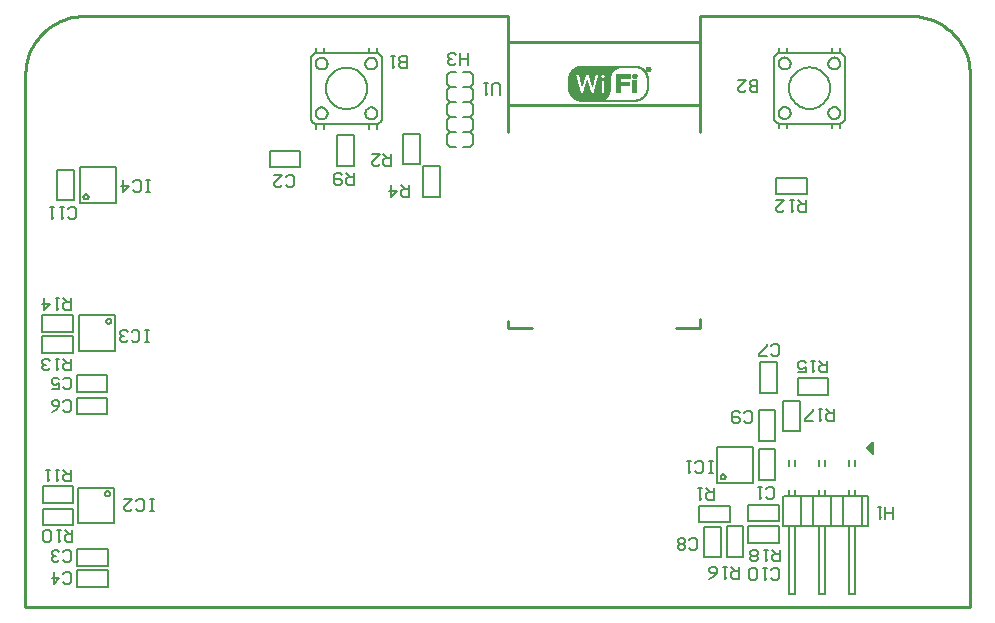
<source format=gto>
%FSDAX24Y24*%
%MOIN*%
%SFA1B1*%

%IPPOS*%
%ADD19C,0.007900*%
%ADD21C,0.010000*%
%ADD27C,0.000500*%
%LNuppsense-1*%
%LPD*%
G54D19*
X009986Y033346D02*
D01*
X009985Y033351*
X009985Y033357*
X009984Y033363*
X009982Y033369*
X009980Y033375*
X009978Y033380*
X009976Y033385*
X009973Y033391*
X009969Y033395*
X009966Y033400*
X009962Y033405*
X009957Y033409*
X009953Y033412*
X009948Y033416*
X009943Y033419*
X009938Y033422*
X009932Y033424*
X009927Y033426*
X009921Y033428*
X009915Y033429*
X009909Y033430*
X009903Y033430*
X009898*
X009892Y033430*
X009886Y033429*
X009880Y033428*
X009874Y033426*
X009869Y033424*
X009863Y033422*
X009858Y033419*
X009853Y033416*
X009848Y033412*
X009844Y033409*
X009839Y033405*
X009835Y033400*
X009832Y033395*
X009828Y033391*
X009825Y033385*
X009823Y033380*
X009821Y033375*
X009819Y033369*
X009817Y033363*
X009816Y033357*
X009816Y033351*
X009816Y033346*
X009816Y033340*
X009816Y033334*
X009817Y033328*
X009819Y033322*
X009821Y033316*
X009823Y033311*
X009825Y033306*
X009828Y033300*
X009832Y033296*
X009835Y033291*
X009839Y033286*
X009844Y033282*
X009848Y033279*
X009853Y033275*
X009858Y033272*
X009863Y033269*
X009869Y033267*
X009874Y033265*
X009880Y033263*
X009886Y033262*
X009892Y033261*
X009898Y033261*
X009903*
X009909Y033261*
X009915Y033262*
X009921Y033263*
X009927Y033265*
X009932Y033267*
X009938Y033269*
X009943Y033272*
X009948Y033275*
X009953Y033279*
X009957Y033282*
X009962Y033286*
X009966Y033291*
X009969Y033296*
X009973Y033300*
X009976Y033306*
X009978Y033311*
X009980Y033316*
X009982Y033322*
X009984Y033328*
X009985Y033334*
X009985Y033340*
X009986Y033346*
X010745Y029207D02*
D01*
X010744Y029212*
X010744Y029218*
X010743Y029224*
X010741Y029230*
X010739Y029236*
X010737Y029241*
X010735Y029246*
X010732Y029252*
X010728Y029256*
X010725Y029261*
X010721Y029266*
X010716Y029270*
X010712Y029273*
X010707Y029277*
X010702Y029280*
X010697Y029283*
X010691Y029285*
X010686Y029287*
X010680Y029289*
X010674Y029290*
X010668Y029291*
X010662Y029291*
X010657*
X010651Y029291*
X010645Y029290*
X010639Y029289*
X010633Y029287*
X010628Y029285*
X010622Y029283*
X010617Y029280*
X010612Y029277*
X010607Y029273*
X010603Y029270*
X010598Y029266*
X010594Y029261*
X010591Y029256*
X010587Y029252*
X010584Y029246*
X010582Y029241*
X010580Y029236*
X010578Y029230*
X010576Y029224*
X010575Y029218*
X010575Y029212*
X010575Y029207*
X010575Y029201*
X010575Y029195*
X010576Y029189*
X010578Y029183*
X010580Y029177*
X010582Y029172*
X010584Y029167*
X010587Y029161*
X010591Y029157*
X010594Y029152*
X010598Y029147*
X010603Y029143*
X010607Y029140*
X010612Y029136*
X010617Y029133*
X010622Y029130*
X010628Y029128*
X010633Y029126*
X010639Y029124*
X010645Y029123*
X010651Y029122*
X010657Y029122*
X010662*
X010668Y029122*
X010674Y029123*
X010680Y029124*
X010686Y029126*
X010691Y029128*
X010697Y029130*
X010702Y029133*
X010707Y029136*
X010712Y029140*
X010716Y029143*
X010721Y029147*
X010725Y029152*
X010728Y029157*
X010732Y029161*
X010735Y029167*
X010737Y029172*
X010739Y029177*
X010741Y029183*
X010743Y029189*
X010744Y029195*
X010744Y029201*
X010745Y029207*
X010710Y023456D02*
D01*
X010709Y023461*
X010709Y023467*
X010708Y023473*
X010706Y023479*
X010704Y023485*
X010702Y023490*
X010700Y023495*
X010697Y023501*
X010693Y023505*
X010690Y023510*
X010686Y023515*
X010681Y023519*
X010677Y023522*
X010672Y023526*
X010667Y023529*
X010662Y023532*
X010656Y023534*
X010651Y023536*
X010645Y023538*
X010639Y023539*
X010633Y023540*
X010627Y023540*
X010622*
X010616Y023540*
X010610Y023539*
X010604Y023538*
X010598Y023536*
X010593Y023534*
X010587Y023532*
X010582Y023529*
X010577Y023526*
X010572Y023522*
X010568Y023519*
X010563Y023515*
X010559Y023510*
X010556Y023505*
X010552Y023501*
X010549Y023495*
X010547Y023490*
X010545Y023485*
X010543Y023479*
X010541Y023473*
X010540Y023467*
X010540Y023461*
X010540Y023456*
X010540Y023450*
X010540Y023444*
X010541Y023438*
X010543Y023432*
X010545Y023426*
X010547Y023421*
X010549Y023416*
X010552Y023410*
X010556Y023406*
X010559Y023401*
X010563Y023396*
X010568Y023392*
X010572Y023389*
X010577Y023385*
X010582Y023382*
X010587Y023379*
X010593Y023377*
X010598Y023375*
X010604Y023373*
X010610Y023372*
X010616Y023371*
X010622Y023371*
X010627*
X010633Y023371*
X010639Y023372*
X010645Y023373*
X010651Y023375*
X010656Y023377*
X010662Y023379*
X010667Y023382*
X010672Y023385*
X010677Y023389*
X010681Y023392*
X010686Y023396*
X010690Y023401*
X010693Y023406*
X010697Y023410*
X010700Y023416*
X010702Y023421*
X010704Y023426*
X010706Y023432*
X010708Y023438*
X010709Y023444*
X010709Y023450*
X010710Y023456*
X019606Y036134D02*
D01*
X019605Y036147*
X019604Y036161*
X019601Y036174*
X019598Y036188*
X019594Y036201*
X019588Y036214*
X019582Y036226*
X019576Y036238*
X019568Y036249*
X019559Y036260*
X019550Y036270*
X019540Y036280*
X019530Y036289*
X019519Y036297*
X019507Y036304*
X019495Y036311*
X019482Y036316*
X019469Y036321*
X019456Y036325*
X019443Y036328*
X019429Y036329*
X019415Y036330*
X019402*
X019388Y036329*
X019374Y036328*
X019361Y036325*
X019348Y036321*
X019335Y036316*
X019322Y036311*
X019310Y036304*
X019298Y036297*
X019287Y036289*
X019277Y036280*
X019267Y036270*
X019258Y036260*
X019249Y036249*
X019241Y036238*
X019235Y036226*
X019229Y036214*
X019223Y036201*
X019219Y036188*
X019216Y036174*
X019213Y036161*
X019212Y036147*
X019212Y036134*
X019212Y036120*
X019213Y036106*
X019216Y036093*
X019219Y036079*
X019223Y036066*
X019229Y036053*
X019235Y036041*
X019241Y036029*
X019249Y036018*
X019258Y036007*
X019267Y035997*
X019277Y035987*
X019287Y035978*
X019298Y035970*
X019310Y035963*
X019322Y035956*
X019335Y035951*
X019348Y035946*
X019361Y035942*
X019374Y035939*
X019388Y035938*
X019402Y035937*
X019415*
X019429Y035938*
X019443Y035939*
X019456Y035942*
X019469Y035946*
X019482Y035951*
X019495Y035956*
X019507Y035963*
X019519Y035970*
X019530Y035978*
X019540Y035987*
X019550Y035997*
X019559Y036007*
X019568Y036018*
X019576Y036029*
X019582Y036041*
X019588Y036053*
X019594Y036066*
X019598Y036079*
X019601Y036093*
X019604Y036106*
X019605Y036120*
X019606Y036134*
X017952Y037788D02*
D01*
X017951Y037801*
X017950Y037815*
X017947Y037828*
X017944Y037842*
X017940Y037855*
X017934Y037868*
X017928Y037880*
X017922Y037892*
X017914Y037903*
X017905Y037914*
X017896Y037924*
X017886Y037934*
X017876Y037943*
X017865Y037951*
X017853Y037958*
X017841Y037965*
X017828Y037970*
X017815Y037975*
X017802Y037979*
X017789Y037982*
X017775Y037983*
X017761Y037984*
X017748*
X017734Y037983*
X017720Y037982*
X017707Y037979*
X017694Y037975*
X017681Y037970*
X017668Y037965*
X017656Y037958*
X017644Y037951*
X017633Y037943*
X017623Y037934*
X017613Y037924*
X017604Y037914*
X017595Y037903*
X017587Y037892*
X017581Y037880*
X017575Y037868*
X017569Y037855*
X017565Y037842*
X017562Y037828*
X017559Y037815*
X017558Y037801*
X017558Y037788*
X017558Y037774*
X017559Y037760*
X017562Y037747*
X017565Y037733*
X017569Y037720*
X017575Y037707*
X017581Y037695*
X017587Y037683*
X017595Y037672*
X017604Y037661*
X017613Y037651*
X017623Y037641*
X017633Y037632*
X017644Y037624*
X017656Y037617*
X017668Y037610*
X017681Y037605*
X017694Y037600*
X017707Y037596*
X017720Y037593*
X017734Y037592*
X017748Y037591*
X017761*
X017775Y037592*
X017789Y037593*
X017802Y037596*
X017815Y037600*
X017828Y037605*
X017841Y037610*
X017853Y037617*
X017865Y037624*
X017876Y037632*
X017886Y037641*
X017896Y037651*
X017905Y037661*
X017914Y037672*
X017922Y037683*
X017928Y037695*
X017934Y037707*
X017940Y037720*
X017944Y037733*
X017947Y037747*
X017950Y037760*
X017951Y037774*
X017952Y037788*
X019606D02*
D01*
X019605Y037801*
X019604Y037815*
X019601Y037828*
X019598Y037842*
X019594Y037855*
X019588Y037868*
X019582Y037880*
X019576Y037892*
X019568Y037903*
X019559Y037914*
X019550Y037924*
X019540Y037934*
X019530Y037943*
X019519Y037951*
X019507Y037958*
X019495Y037965*
X019482Y037970*
X019469Y037975*
X019456Y037979*
X019443Y037982*
X019429Y037983*
X019415Y037984*
X019402*
X019388Y037983*
X019374Y037982*
X019361Y037979*
X019348Y037975*
X019335Y037970*
X019322Y037965*
X019310Y037958*
X019298Y037951*
X019287Y037943*
X019277Y037934*
X019267Y037924*
X019258Y037914*
X019249Y037903*
X019241Y037892*
X019235Y037880*
X019229Y037868*
X019223Y037855*
X019219Y037842*
X019216Y037828*
X019213Y037815*
X019212Y037801*
X019212Y037788*
X019212Y037774*
X019213Y037760*
X019216Y037747*
X019219Y037733*
X019223Y037720*
X019229Y037707*
X019235Y037695*
X019241Y037683*
X019249Y037672*
X019258Y037661*
X019267Y037651*
X019277Y037641*
X019287Y037632*
X019298Y037624*
X019310Y037617*
X019322Y037610*
X019335Y037605*
X019348Y037600*
X019361Y037596*
X019374Y037593*
X019388Y037592*
X019402Y037591*
X019415*
X019429Y037592*
X019443Y037593*
X019456Y037596*
X019469Y037600*
X019482Y037605*
X019495Y037610*
X019507Y037617*
X019519Y037624*
X019530Y037632*
X019540Y037641*
X019550Y037651*
X019559Y037661*
X019568Y037672*
X019576Y037683*
X019582Y037695*
X019588Y037707*
X019594Y037720*
X019598Y037733*
X019601Y037747*
X019604Y037760*
X019605Y037774*
X019606Y037788*
X017952Y036134D02*
D01*
X017951Y036147*
X017950Y036161*
X017947Y036174*
X017944Y036188*
X017940Y036201*
X017934Y036214*
X017928Y036226*
X017922Y036238*
X017914Y036249*
X017905Y036260*
X017896Y036270*
X017886Y036280*
X017876Y036289*
X017865Y036297*
X017853Y036304*
X017841Y036311*
X017828Y036316*
X017815Y036321*
X017802Y036325*
X017789Y036328*
X017775Y036329*
X017761Y036330*
X017748*
X017734Y036329*
X017720Y036328*
X017707Y036325*
X017694Y036321*
X017681Y036316*
X017668Y036311*
X017656Y036304*
X017644Y036297*
X017633Y036289*
X017623Y036280*
X017613Y036270*
X017604Y036260*
X017595Y036249*
X017587Y036238*
X017581Y036226*
X017575Y036214*
X017569Y036201*
X017565Y036188*
X017562Y036174*
X017559Y036161*
X017558Y036147*
X017558Y036134*
X017558Y036120*
X017559Y036106*
X017562Y036093*
X017565Y036079*
X017569Y036066*
X017575Y036053*
X017581Y036041*
X017587Y036029*
X017595Y036018*
X017604Y036007*
X017613Y035997*
X017623Y035987*
X017633Y035978*
X017644Y035970*
X017656Y035963*
X017668Y035956*
X017681Y035951*
X017694Y035946*
X017707Y035942*
X017720Y035939*
X017734Y035938*
X017748Y035937*
X017761*
X017775Y035938*
X017789Y035939*
X017802Y035942*
X017815Y035946*
X017828Y035951*
X017841Y035956*
X017853Y035963*
X017865Y035970*
X017876Y035978*
X017886Y035987*
X017896Y035997*
X017905Y036007*
X017914Y036018*
X017922Y036029*
X017928Y036041*
X017934Y036053*
X017940Y036066*
X017944Y036079*
X017947Y036093*
X017950Y036106*
X017951Y036120*
X017952Y036134*
X017598Y038142D02*
D01*
X017584Y038141*
X017570Y038140*
X017557Y038137*
X017543Y038134*
X017530Y038130*
X017517Y038124*
X017505Y038118*
X017493Y038112*
X017482Y038104*
X017471Y038095*
X017461Y038086*
X017451Y038076*
X017442Y038066*
X017434Y038055*
X017427Y038043*
X017420Y038031*
X017415Y038018*
X017410Y038005*
X017406Y037992*
X017403Y037979*
X017402Y037965*
X017401Y037951*
X017401Y037945*
X019763D02*
D01*
X019762Y037958*
X019761Y037972*
X019758Y037985*
X019755Y037999*
X019751Y038012*
X019745Y038025*
X019739Y038037*
X019733Y038049*
X019725Y038060*
X019716Y038071*
X019707Y038081*
X019697Y038091*
X019687Y038100*
X019676Y038108*
X019664Y038115*
X019652Y038122*
X019639Y038127*
X019626Y038132*
X019613Y038136*
X019600Y038139*
X019586Y038140*
X019572Y038141*
X019567Y038142*
Y035780D02*
D01*
X019580Y035780*
X019594Y035781*
X019607Y035784*
X019621Y035787*
X019634Y035791*
X019647Y035797*
X019659Y035803*
X019671Y035809*
X019682Y035817*
X019693Y035826*
X019703Y035835*
X019713Y035845*
X019722Y035855*
X019730Y035866*
X019737Y035878*
X019744Y035890*
X019749Y035903*
X019754Y035916*
X019758Y035929*
X019761Y035942*
X019762Y035956*
X019763Y035970*
X019763Y035977*
X017401D02*
D01*
X017401Y035963*
X017402Y035949*
X017405Y035936*
X017408Y035922*
X017412Y035909*
X017418Y035896*
X017424Y035884*
X017430Y035872*
X017438Y035861*
X017447Y035850*
X017456Y035840*
X017466Y035830*
X017476Y035821*
X017487Y035813*
X017499Y035806*
X017511Y035799*
X017524Y035794*
X017537Y035789*
X017550Y035785*
X017563Y035782*
X017577Y035781*
X017591Y035780*
X017598Y035780*
X019271Y036961D02*
D01*
X019269Y037009*
X019264Y037056*
X019255Y037104*
X019244Y037150*
X019229Y037196*
X019211Y037241*
X019190Y037284*
X019166Y037326*
X019139Y037365*
X019109Y037403*
X019077Y037439*
X019043Y037473*
X019006Y037503*
X018967Y037532*
X018926Y037557*
X018884Y037580*
X018840Y037599*
X018794Y037616*
X018748Y037629*
X018701Y037639*
X018654Y037646*
X018606Y037649*
X018557*
X018509Y037646*
X018462Y037639*
X018415Y037629*
X018369Y037616*
X018323Y037599*
X018279Y037580*
X018237Y037557*
X018196Y037532*
X018157Y037503*
X018120Y037473*
X018086Y037439*
X018054Y037403*
X018024Y037365*
X017997Y037326*
X017973Y037284*
X017952Y037241*
X017934Y037196*
X017919Y037150*
X017908Y037104*
X017899Y037056*
X017894Y037009*
X017893Y036961*
X017894Y036912*
X017899Y036865*
X017908Y036817*
X017919Y036771*
X017934Y036725*
X017952Y036680*
X017973Y036637*
X017997Y036595*
X018024Y036556*
X018054Y036518*
X018086Y036482*
X018120Y036448*
X018157Y036418*
X018196Y036389*
X018237Y036364*
X018279Y036341*
X018323Y036322*
X018369Y036305*
X018415Y036292*
X018462Y036282*
X018509Y036275*
X018557Y036272*
X018606*
X018654Y036275*
X018701Y036282*
X018748Y036292*
X018794Y036305*
X018840Y036322*
X018884Y036341*
X018926Y036364*
X018967Y036389*
X019006Y036418*
X019043Y036448*
X019077Y036482*
X019109Y036518*
X019139Y036556*
X019166Y036595*
X019190Y036637*
X019211Y036680*
X019229Y036725*
X019244Y036771*
X019255Y036817*
X019264Y036865*
X019269Y036912*
X019271Y036961*
X031221Y024016D02*
D01*
X031220Y024021*
X031220Y024027*
X031219Y024033*
X031217Y024039*
X031215Y024045*
X031213Y024050*
X031211Y024055*
X031208Y024061*
X031204Y024065*
X031201Y024070*
X031197Y024075*
X031192Y024079*
X031188Y024082*
X031183Y024086*
X031178Y024089*
X031173Y024092*
X031167Y024094*
X031162Y024096*
X031156Y024098*
X031150Y024099*
X031144Y024100*
X031138Y024100*
X031133*
X031127Y024100*
X031121Y024099*
X031115Y024098*
X031109Y024096*
X031104Y024094*
X031098Y024092*
X031093Y024089*
X031088Y024086*
X031083Y024082*
X031079Y024079*
X031074Y024075*
X031070Y024070*
X031067Y024065*
X031063Y024061*
X031060Y024055*
X031058Y024050*
X031056Y024045*
X031054Y024039*
X031052Y024033*
X031051Y024027*
X031051Y024021*
X031051Y024016*
X031051Y024010*
X031051Y024004*
X031052Y023998*
X031054Y023992*
X031056Y023986*
X031058Y023981*
X031060Y023976*
X031063Y023970*
X031067Y023966*
X031070Y023961*
X031074Y023956*
X031079Y023952*
X031083Y023949*
X031088Y023945*
X031093Y023942*
X031098Y023939*
X031104Y023937*
X031109Y023935*
X031115Y023933*
X031121Y023932*
X031127Y023931*
X031133Y023931*
X031138*
X031144Y023931*
X031150Y023932*
X031156Y023933*
X031162Y023935*
X031167Y023937*
X031173Y023939*
X031178Y023942*
X031183Y023945*
X031188Y023949*
X031192Y023952*
X031197Y023956*
X031201Y023961*
X031204Y023966*
X031208Y023970*
X031211Y023976*
X031213Y023981*
X031215Y023986*
X031217Y023992*
X031219Y023998*
X031220Y024004*
X031220Y024010*
X031221Y024016*
X035039Y036142D02*
D01*
X035038Y036155*
X035037Y036169*
X035034Y036182*
X035031Y036196*
X035027Y036209*
X035021Y036222*
X035015Y036234*
X035009Y036246*
X035001Y036257*
X034992Y036268*
X034983Y036278*
X034973Y036288*
X034963Y036297*
X034952Y036305*
X034940Y036312*
X034928Y036319*
X034915Y036324*
X034902Y036329*
X034889Y036333*
X034876Y036336*
X034862Y036337*
X034848Y036338*
X034835*
X034821Y036337*
X034807Y036336*
X034794Y036333*
X034781Y036329*
X034768Y036324*
X034755Y036319*
X034743Y036312*
X034731Y036305*
X034720Y036297*
X034710Y036288*
X034700Y036278*
X034691Y036268*
X034682Y036257*
X034674Y036246*
X034668Y036234*
X034662Y036222*
X034656Y036209*
X034652Y036196*
X034649Y036182*
X034646Y036169*
X034645Y036155*
X034645Y036142*
X034645Y036128*
X034646Y036114*
X034649Y036101*
X034652Y036087*
X034656Y036074*
X034662Y036061*
X034668Y036049*
X034674Y036037*
X034682Y036026*
X034691Y036015*
X034700Y036005*
X034710Y035995*
X034720Y035986*
X034731Y035978*
X034743Y035971*
X034755Y035964*
X034768Y035959*
X034781Y035954*
X034794Y035950*
X034807Y035947*
X034821Y035946*
X034835Y035945*
X034848*
X034862Y035946*
X034876Y035947*
X034889Y035950*
X034902Y035954*
X034915Y035959*
X034928Y035964*
X034940Y035971*
X034952Y035978*
X034963Y035986*
X034973Y035995*
X034983Y036005*
X034992Y036015*
X035001Y036026*
X035009Y036037*
X035015Y036049*
X035021Y036061*
X035027Y036074*
X035031Y036087*
X035034Y036101*
X035037Y036114*
X035038Y036128*
X035039Y036142*
X033386Y037795D02*
D01*
X033385Y037808*
X033384Y037822*
X033381Y037835*
X033378Y037849*
X033374Y037862*
X033368Y037875*
X033362Y037887*
X033356Y037899*
X033348Y037910*
X033339Y037921*
X033330Y037931*
X033320Y037941*
X033310Y037950*
X033299Y037958*
X033287Y037965*
X033275Y037972*
X033262Y037977*
X033249Y037982*
X033236Y037986*
X033223Y037989*
X033209Y037990*
X033195Y037991*
X033182*
X033168Y037990*
X033154Y037989*
X033141Y037986*
X033128Y037982*
X033115Y037977*
X033102Y037972*
X033090Y037965*
X033078Y037958*
X033067Y037950*
X033057Y037941*
X033047Y037931*
X033038Y037921*
X033029Y037910*
X033021Y037899*
X033015Y037887*
X033009Y037875*
X033003Y037862*
X032999Y037849*
X032996Y037835*
X032993Y037822*
X032992Y037808*
X032992Y037795*
X032992Y037781*
X032993Y037767*
X032996Y037754*
X032999Y037740*
X033003Y037727*
X033009Y037714*
X033015Y037702*
X033021Y037690*
X033029Y037679*
X033038Y037668*
X033047Y037658*
X033057Y037648*
X033067Y037639*
X033078Y037631*
X033090Y037624*
X033102Y037617*
X033115Y037612*
X033128Y037607*
X033141Y037603*
X033154Y037600*
X033168Y037599*
X033182Y037598*
X033195*
X033209Y037599*
X033223Y037600*
X033236Y037603*
X033249Y037607*
X033262Y037612*
X033275Y037617*
X033287Y037624*
X033299Y037631*
X033310Y037639*
X033320Y037648*
X033330Y037658*
X033339Y037668*
X033348Y037679*
X033356Y037690*
X033362Y037702*
X033368Y037714*
X033374Y037727*
X033378Y037740*
X033381Y037754*
X033384Y037767*
X033385Y037781*
X033386Y037795*
X035039D02*
D01*
X035038Y037808*
X035037Y037822*
X035034Y037835*
X035031Y037849*
X035027Y037862*
X035021Y037875*
X035015Y037887*
X035009Y037899*
X035001Y037910*
X034992Y037921*
X034983Y037931*
X034973Y037941*
X034963Y037950*
X034952Y037958*
X034940Y037965*
X034928Y037972*
X034915Y037977*
X034902Y037982*
X034889Y037986*
X034876Y037989*
X034862Y037990*
X034848Y037991*
X034835*
X034821Y037990*
X034807Y037989*
X034794Y037986*
X034781Y037982*
X034768Y037977*
X034755Y037972*
X034743Y037965*
X034731Y037958*
X034720Y037950*
X034710Y037941*
X034700Y037931*
X034691Y037921*
X034682Y037910*
X034674Y037899*
X034668Y037887*
X034662Y037875*
X034656Y037862*
X034652Y037849*
X034649Y037835*
X034646Y037822*
X034645Y037808*
X034645Y037795*
X034645Y037781*
X034646Y037767*
X034649Y037754*
X034652Y037740*
X034656Y037727*
X034662Y037714*
X034668Y037702*
X034674Y037690*
X034682Y037679*
X034691Y037668*
X034700Y037658*
X034710Y037648*
X034720Y037639*
X034731Y037631*
X034743Y037624*
X034755Y037617*
X034768Y037612*
X034781Y037607*
X034794Y037603*
X034807Y037600*
X034821Y037599*
X034835Y037598*
X034848*
X034862Y037599*
X034876Y037600*
X034889Y037603*
X034902Y037607*
X034915Y037612*
X034928Y037617*
X034940Y037624*
X034952Y037631*
X034963Y037639*
X034973Y037648*
X034983Y037658*
X034992Y037668*
X035001Y037679*
X035009Y037690*
X035015Y037702*
X035021Y037714*
X035027Y037727*
X035031Y037740*
X035034Y037754*
X035037Y037767*
X035038Y037781*
X035039Y037795*
X033386Y036142D02*
D01*
X033385Y036155*
X033384Y036169*
X033381Y036182*
X033378Y036196*
X033374Y036209*
X033368Y036222*
X033362Y036234*
X033356Y036246*
X033348Y036257*
X033339Y036268*
X033330Y036278*
X033320Y036288*
X033310Y036297*
X033299Y036305*
X033287Y036312*
X033275Y036319*
X033262Y036324*
X033249Y036329*
X033236Y036333*
X033223Y036336*
X033209Y036337*
X033195Y036338*
X033182*
X033168Y036337*
X033154Y036336*
X033141Y036333*
X033128Y036329*
X033115Y036324*
X033102Y036319*
X033090Y036312*
X033078Y036305*
X033067Y036297*
X033057Y036288*
X033047Y036278*
X033038Y036268*
X033029Y036257*
X033021Y036246*
X033015Y036234*
X033009Y036222*
X033003Y036209*
X032999Y036196*
X032996Y036182*
X032993Y036169*
X032992Y036155*
X032992Y036142*
X032992Y036128*
X032993Y036114*
X032996Y036101*
X032999Y036087*
X033003Y036074*
X033009Y036061*
X033015Y036049*
X033021Y036037*
X033029Y036026*
X033038Y036015*
X033047Y036005*
X033057Y035995*
X033067Y035986*
X033078Y035978*
X033090Y035971*
X033102Y035964*
X033115Y035959*
X033128Y035954*
X033141Y035950*
X033154Y035947*
X033168Y035946*
X033182Y035945*
X033195*
X033209Y035946*
X033223Y035947*
X033236Y035950*
X033249Y035954*
X033262Y035959*
X033275Y035964*
X033287Y035971*
X033299Y035978*
X033310Y035986*
X033320Y035995*
X033330Y036005*
X033339Y036015*
X033348Y036026*
X033356Y036037*
X033362Y036049*
X033368Y036061*
X033374Y036074*
X033378Y036087*
X033381Y036101*
X033384Y036114*
X033385Y036128*
X033386Y036142*
X033031Y038150D02*
D01*
X033017Y038149*
X033003Y038148*
X032990Y038145*
X032976Y038142*
X032963Y038138*
X032950Y038132*
X032938Y038126*
X032926Y038120*
X032915Y038112*
X032904Y038103*
X032894Y038094*
X032884Y038084*
X032875Y038074*
X032867Y038063*
X032860Y038051*
X032853Y038039*
X032848Y038026*
X032843Y038013*
X032839Y038000*
X032836Y037987*
X032835Y037973*
X032834Y037959*
X032835Y037953*
X035197D02*
D01*
X035196Y037966*
X035195Y037980*
X035192Y037993*
X035189Y038007*
X035185Y038020*
X035179Y038033*
X035173Y038045*
X035167Y038057*
X035159Y038068*
X035150Y038079*
X035141Y038089*
X035131Y038099*
X035121Y038108*
X035110Y038116*
X035098Y038123*
X035086Y038130*
X035073Y038135*
X035060Y038140*
X035047Y038144*
X035034Y038147*
X035020Y038148*
X035006Y038149*
X035000Y038150*
Y035787D02*
D01*
X035013Y035787*
X035027Y035788*
X035040Y035791*
X035054Y035794*
X035067Y035798*
X035080Y035804*
X035092Y035810*
X035104Y035816*
X035115Y035824*
X035126Y035833*
X035136Y035842*
X035146Y035852*
X035155Y035862*
X035163Y035873*
X035170Y035885*
X035177Y035897*
X035182Y035910*
X035187Y035923*
X035191Y035936*
X035194Y035949*
X035195Y035963*
X035196Y035977*
X035197Y035984*
X032835D02*
D01*
X032835Y035970*
X032836Y035956*
X032839Y035943*
X032842Y035929*
X032846Y035916*
X032852Y035903*
X032858Y035891*
X032864Y035879*
X032872Y035868*
X032881Y035857*
X032890Y035847*
X032900Y035837*
X032910Y035828*
X032921Y035820*
X032933Y035813*
X032945Y035806*
X032958Y035801*
X032971Y035796*
X032984Y035792*
X032997Y035789*
X033011Y035788*
X033025Y035787*
X033031Y035787*
X034705Y036969D02*
D01*
X034703Y037017*
X034698Y037064*
X034689Y037112*
X034678Y037158*
X034663Y037204*
X034645Y037249*
X034624Y037292*
X034600Y037334*
X034573Y037373*
X034543Y037411*
X034511Y037447*
X034477Y037481*
X034440Y037511*
X034401Y037540*
X034360Y037565*
X034318Y037588*
X034274Y037607*
X034228Y037624*
X034182Y037637*
X034135Y037647*
X034088Y037654*
X034040Y037657*
X033991*
X033943Y037654*
X033896Y037647*
X033849Y037637*
X033803Y037624*
X033757Y037607*
X033713Y037588*
X033671Y037565*
X033630Y037540*
X033591Y037511*
X033554Y037481*
X033520Y037447*
X033488Y037411*
X033458Y037373*
X033431Y037334*
X033407Y037292*
X033386Y037249*
X033368Y037204*
X033353Y037158*
X033342Y037112*
X033333Y037064*
X033328Y037017*
X033327Y036969*
X033328Y036920*
X033333Y036873*
X033342Y036825*
X033353Y036779*
X033368Y036733*
X033386Y036688*
X033407Y036645*
X033431Y036603*
X033458Y036564*
X033488Y036526*
X033520Y036490*
X033554Y036456*
X033591Y036426*
X033630Y036397*
X033671Y036372*
X033713Y036349*
X033757Y036330*
X033803Y036313*
X033849Y036300*
X033896Y036290*
X033943Y036283*
X033991Y036280*
X034040*
X034088Y036283*
X034135Y036290*
X034182Y036300*
X034228Y036313*
X034274Y036330*
X034318Y036349*
X034360Y036372*
X034401Y036397*
X034440Y036426*
X034477Y036456*
X034511Y036490*
X034543Y036526*
X034573Y036564*
X034600Y036603*
X034624Y036645*
X034645Y036688*
X034663Y036733*
X034678Y036779*
X034689Y036825*
X034698Y036873*
X034703Y036920*
X034705Y036969*
X009488Y033228D02*
Y034252D01*
X008937Y033228D02*
X009488D01*
X008937D02*
Y034252D01*
X009488*
X009705Y033150D02*
Y034331D01*
X010886*
Y033150D02*
Y034331D01*
X009705Y033150D02*
X010886D01*
X008448Y028855D02*
X009472D01*
X008448D02*
Y029406D01*
X009472*
Y028855D02*
Y029406D01*
X008437Y028152D02*
X009460D01*
X008437D02*
Y028704D01*
X009460*
Y028152D02*
Y028704D01*
X008451Y023151D02*
X009475D01*
X008451D02*
Y023702D01*
X009475*
Y023151D02*
Y023702D01*
X008451Y022401D02*
X009475D01*
X008451D02*
Y022952D01*
X009475*
Y022401D02*
Y022952D01*
X010857Y028223D02*
Y029404D01*
X009676Y028223D02*
X010857D01*
X009676D02*
Y029404D01*
X010857*
X010822Y022472D02*
Y023653D01*
X009641Y022472D02*
X010822D01*
X009641D02*
Y023653D01*
X010822*
X009587Y026102D02*
X010610D01*
X009587D02*
Y026654D01*
X010610*
Y026102D02*
Y026654D01*
X009587Y026850D02*
X010610D01*
X009587D02*
Y027402D01*
X010610*
Y026850D02*
Y027402D01*
X009601Y020351D02*
X010625D01*
X009601D02*
Y020902D01*
X010625*
Y020351D02*
Y020902D01*
X009601Y021051D02*
X010625D01*
X009601D02*
Y021602D01*
X010625*
Y021051D02*
Y021602D01*
X017401Y035977D02*
Y037945D01*
X017598Y038142D02*
X019567D01*
X019763Y035977D02*
Y037945D01*
X017598Y035780D02*
X019567D01*
X019606Y035622D02*
Y035780D01*
X019330Y035622D02*
Y035780D01*
X017834Y035622D02*
Y035780D01*
X017559Y035622D02*
Y035780D01*
X017834Y038142D02*
Y038300D01*
X017559Y038142D02*
Y038300D01*
X019330Y038142D02*
Y038300D01*
X019606Y038142D02*
Y038300D01*
X030349Y022500D02*
X031372D01*
X030349D02*
Y023052D01*
X031372*
Y022500D02*
Y023052D01*
X036032Y025076D02*
X036132Y024976D01*
X036032Y025076D02*
X036132Y024976D01*
X035932D02*
X036132Y024776D01*
Y025176*
X035932Y024976D02*
X036132Y025176D01*
X035932Y024976D02*
X036132D01*
X036032Y024876D02*
X036132Y024976D01*
X036032Y024876D02*
Y025076D01*
X036132Y024876*
X036032D02*
X036132D01*
X036032D02*
Y025076D01*
X036132*
X033159Y023370D02*
X035953D01*
X033130Y022386D02*
X035953D01*
X034732D02*
Y023370D01*
X034126Y022386D02*
Y023370D01*
X033126Y022386D02*
Y023370D01*
X033732Y022386D02*
Y023370D01*
X035533Y024372D02*
Y024572D01*
X035333Y024372D02*
Y024572D01*
X034333Y024372D02*
Y024572D01*
X034533Y024372D02*
Y024572D01*
Y023372D02*
Y023572D01*
X034333Y023372D02*
Y023572D01*
X033333Y024372D02*
Y024572D01*
X033533Y024372D02*
Y024572D01*
Y023372D02*
Y023572D01*
X033333Y023372D02*
Y023572D01*
X034333Y020102D02*
Y022386D01*
X034533Y020102D02*
Y022372D01*
X034333Y020102D02*
X034533D01*
X033333D02*
Y022386D01*
X033533Y020102D02*
Y022372D01*
X033333Y020102D02*
X033533D01*
X035953Y022386D02*
Y023370D01*
X035126Y022386D02*
Y023370D01*
X035756Y022386D02*
Y023370D01*
X035333Y023372D02*
Y023572D01*
X035533Y023372D02*
Y023572D01*
X035333Y020102D02*
X035533D01*
Y022372*
X035333Y020102D02*
Y022386D01*
X030939Y025000D02*
X032120D01*
X030939Y023819D02*
Y025000D01*
X032120Y023819D02*
Y025000D01*
X030939Y023819D02*
X032120D01*
X032874Y023909D02*
Y024933D01*
X032323Y023909D02*
X032874D01*
X032323D02*
Y024933D01*
X032874*
X020472Y034429D02*
Y035453D01*
X021024*
Y034429D02*
Y035453D01*
X020472Y034429D02*
X021024D01*
X021142Y033346D02*
Y034370D01*
X021693*
Y033346D02*
Y034370D01*
X021142Y033346D02*
X021693D01*
X032913Y033976D02*
X033937D01*
Y033425D02*
Y033976D01*
X032913Y033425D02*
X033937D01*
X032913D02*
Y033976D01*
X032835Y035984D02*
Y037953D01*
X033031Y038150D02*
X035000D01*
X035197Y035984D02*
Y037953D01*
X033031Y035787D02*
X035000D01*
X035039Y035630D02*
Y035787D01*
X034764Y035630D02*
Y035787D01*
X033268Y035630D02*
Y035787D01*
X032992Y035630D02*
Y035787D01*
X033268Y038150D02*
Y038307D01*
X032992Y038150D02*
Y038307D01*
X034764Y038150D02*
Y038307D01*
X035039Y038150D02*
Y038307D01*
X018819Y034390D02*
Y035413D01*
X018268Y034390D02*
X018819D01*
X018268D02*
Y035413D01*
X018819*
X016024Y034331D02*
X017047D01*
X016024D02*
Y034882D01*
X017047*
Y034331D02*
Y034882D01*
X022479Y034998D02*
X022703D01*
X022022D02*
X022246D01*
X022022Y035498D02*
X022246D01*
X022479D02*
X022703D01*
X021929Y035091D02*
Y035406D01*
X022022Y035498*
X021929Y035091D02*
X022022Y034998D01*
X022703Y035498D02*
X022795Y035406D01*
X022703Y034998D02*
X022795Y035091D01*
Y035406*
X022479Y035498D02*
X022703D01*
X022022D02*
X022246D01*
X022022Y035998D02*
X022246D01*
X022479D02*
X022703D01*
X021929Y035591D02*
Y035906D01*
X022022Y035998*
X021929Y035591D02*
X022022Y035498D01*
X022703Y035998D02*
X022795Y035906D01*
X022703Y035498D02*
X022795Y035591D01*
Y035906*
X022479Y035998D02*
X022703D01*
X022022D02*
X022246D01*
X022022Y036498D02*
X022246D01*
X022479D02*
X022703D01*
X021929Y036091D02*
Y036406D01*
X022022Y036498*
X021929Y036091D02*
X022022Y035998D01*
X022703Y036498D02*
X022795Y036406D01*
X022703Y035998D02*
X022795Y036091D01*
Y036406*
X022479Y036498D02*
X022703D01*
X022022D02*
X022246D01*
X022022Y036998D02*
X022246D01*
X022479D02*
X022703D01*
X021929Y036591D02*
Y036906D01*
X022022Y036998*
X021929Y036591D02*
X022022Y036498D01*
X022703Y036998D02*
X022795Y036906D01*
X022703Y036498D02*
X022795Y036591D01*
Y036906*
Y037091D02*
Y037406D01*
X022703Y036998D02*
X022795Y037091D01*
X022703Y037498D02*
X022795Y037406D01*
X021929Y037091D02*
X022022Y036998D01*
X021929Y037406D02*
X022022Y037498D01*
X021929Y037091D02*
Y037406D01*
X022479Y037498D02*
X022703D01*
X022022D02*
X022246D01*
X022022Y036998D02*
X022246D01*
X022479D02*
X022703D01*
X033150Y026547D02*
X033701D01*
X033150Y025524D02*
Y026547D01*
Y025524D02*
X033701D01*
Y026547*
X032323Y026232D02*
X032874D01*
X032323Y025209D02*
Y026232D01*
Y025209D02*
X032874D01*
Y026232*
X031969Y021823D02*
Y022374D01*
Y021823D02*
X032992D01*
Y022374*
X031969D02*
X032992D01*
X031969Y022531D02*
Y023083D01*
Y022531D02*
X032992D01*
Y023083*
X031969D02*
X032992D01*
X031260Y022374D02*
X031811D01*
X031260Y021350D02*
Y022374D01*
Y021350D02*
X031811D01*
Y022374*
X030512Y022354D02*
X031063D01*
X030512Y021331D02*
Y022354D01*
Y021331D02*
X031063D01*
Y022354*
X033622Y026744D02*
Y027295D01*
Y026744D02*
X034646D01*
Y027295*
X033622D02*
X034646D01*
X032382Y026806D02*
X032933D01*
Y027829*
X032382D02*
X032933D01*
X032382Y026806D02*
Y027829D01*
X009305Y032664D02*
X009370Y032599D01*
X009501*
X009567Y032664*
Y032927*
X009501Y032992*
X009370*
X009305Y032927*
X009173Y032992D02*
X009042D01*
X009108*
Y032599*
X009173Y032664*
X008845Y032992D02*
X008714D01*
X008780*
Y032599*
X008845Y032664*
X012047Y033504D02*
X011916D01*
X011982*
Y033898*
X012047*
X011916*
X011457Y033570D02*
X011522Y033504D01*
X011654*
X011719Y033570*
Y033832*
X011654Y033898*
X011522*
X011457Y033832*
X011129Y033898D02*
Y033504D01*
X011326Y033701*
X011063*
X023701Y036732D02*
Y037060D01*
X023635Y037126*
X023504*
X023438Y037060*
Y036732*
X023307Y037126D02*
X023176D01*
X023242*
Y036732*
X023307Y036798*
X009409Y029961D02*
Y029567D01*
X009213*
X009147Y029633*
Y029764*
X009213Y029829*
X009409*
X009278D02*
X009147Y029961D01*
X009016D02*
X008885D01*
X008950*
Y029567*
X009016Y029633*
X008491Y029961D02*
Y029567D01*
X008688Y029764*
X008426*
X009409Y027953D02*
Y027559D01*
X009213*
X009147Y027625*
Y027756*
X009213Y027822*
X009409*
X009278D02*
X009147Y027953D01*
X009016D02*
X008885D01*
X008950*
Y027559*
X009016Y027625*
X008688D02*
X008622Y027559D01*
X008491*
X008426Y027625*
Y027690*
X008491Y027756*
X008557*
X008491*
X008426Y027822*
Y027887*
X008491Y027953*
X008622*
X008688Y027887*
X033898Y033228D02*
Y032835D01*
X033701*
X033635Y032900*
Y033032*
X033701Y033097*
X033898*
X033766D02*
X033635Y033228D01*
X033504D02*
X033373D01*
X033438*
Y032835*
X033504Y032900*
X032914Y033228D02*
X033176D01*
X032914Y032966*
Y032900*
X032979Y032835*
X033110*
X033176Y032900*
X009409Y024252D02*
Y023858D01*
X009213*
X009147Y023924*
Y024055*
X009213Y024121*
X009409*
X009278D02*
X009147Y024252D01*
X009016D02*
X008885D01*
X008950*
Y023858*
X009016Y023924*
X008688Y024252D02*
X008557D01*
X008622*
Y023858*
X008688Y023924*
X009449Y022244D02*
Y021851D01*
X009252*
X009186Y021916*
Y022047*
X009252Y022113*
X009449*
X009318D02*
X009186Y022244D01*
X009055D02*
X008924D01*
X008990*
Y021851*
X009055Y021916*
X008727D02*
X008662Y021851D01*
X008530*
X008465Y021916*
Y022178*
X008530Y022244*
X008662*
X008727Y022178*
Y021916*
X018819Y034134D02*
Y033740D01*
X018622*
X018557Y033806*
Y033937*
X018622Y034003*
X018819*
X018688D02*
X018557Y034134D01*
X018425Y034068D02*
X018360Y034134D01*
X018229*
X018163Y034068*
Y033806*
X018229Y033740*
X018360*
X018425Y033806*
Y033871*
X018360Y033937*
X018163*
X020669Y033740D02*
Y033347D01*
X020473*
X020407Y033412*
Y033543*
X020473Y033609*
X020669*
X020538D02*
X020407Y033740D01*
X020079D02*
Y033347D01*
X020276Y033543*
X020013*
X020079Y034764D02*
Y034370D01*
X019882*
X019816Y034436*
Y034567*
X019882Y034633*
X020079*
X019948D02*
X019816Y034764D01*
X019423D02*
X019685D01*
X019423Y034501*
Y034436*
X019488Y034370*
X019620*
X019685Y034436*
X012008Y028504D02*
X011877D01*
X011942*
Y028898*
X012008*
X011877*
X011418Y028570D02*
X011483Y028504D01*
X011614*
X011680Y028570*
Y028832*
X011614Y028898*
X011483*
X011418Y028832*
X011286Y028570D02*
X011221Y028504D01*
X011090*
X011024Y028570*
Y028635*
X011090Y028701*
X011155*
X011090*
X011024Y028766*
Y028832*
X011090Y028898*
X011221*
X011286Y028832*
X012165Y022874D02*
X012034D01*
X012100*
Y023268*
X012165*
X012034*
X011575Y022940D02*
X011641Y022874D01*
X011772*
X011837Y022940*
Y023202*
X011772Y023268*
X011641*
X011575Y023202*
X011181Y023268D02*
X011444D01*
X011181Y023005*
Y022940*
X011247Y022874*
X011378*
X011444Y022940*
X022638Y037756D02*
Y038150D01*
Y037953*
X022375*
Y037756*
Y038150*
X022244Y037822D02*
X022179Y037756D01*
X022047*
X021982Y037822*
Y037887*
X022047Y037953*
X022113*
X022047*
X021982Y038018*
Y038084*
X022047Y038150*
X022179*
X022244Y038084*
X009147Y026247D02*
X009213Y026181D01*
X009344*
X009409Y026247*
Y026509*
X009344Y026575*
X009213*
X009147Y026509*
X008753Y026181D02*
X008885Y026247D01*
X009016Y026378*
Y026509*
X008950Y026575*
X008819*
X008753Y026509*
Y026444*
X008819Y026378*
X009016*
X009147Y026995D02*
X009213Y026929D01*
X009344*
X009409Y026995*
Y027257*
X009344Y027323*
X009213*
X009147Y027257*
X008753Y026929D02*
X009016D01*
Y027126*
X008885Y027060*
X008819*
X008753Y027126*
Y027257*
X008819Y027323*
X008950*
X009016Y027257*
X009147Y020499D02*
X009213Y020433D01*
X009344*
X009409Y020499*
Y020761*
X009344Y020827*
X009213*
X009147Y020761*
X008819Y020827D02*
Y020433D01*
X009016Y020630*
X008753*
X009147Y021247D02*
X009213Y021181D01*
X009344*
X009409Y021247*
Y021509*
X009344Y021575*
X009213*
X009147Y021509*
X009016Y021247D02*
X008950Y021181D01*
X008819*
X008753Y021247*
Y021312*
X008819Y021378*
X008885*
X008819*
X008753Y021444*
Y021509*
X008819Y021575*
X008950*
X009016Y021509*
X016568Y033753D02*
X016634Y033688D01*
X016765*
X016831Y033753*
Y034016*
X016765Y034081*
X016634*
X016568Y034016*
X016175Y034081D02*
X016437D01*
X016175Y033819*
Y033753*
X016240Y033688*
X016372*
X016437Y033753*
X032283Y036851D02*
Y037244D01*
X032087*
X032021Y037178*
Y037113*
X032087Y037047*
X032283*
X032087*
X032021Y036982*
Y036916*
X032087Y036851*
X032283*
X031628Y037244D02*
X031890D01*
X031628Y036982*
Y036916*
X031693Y036851*
X031824*
X031890Y036916*
X020591Y037638D02*
Y038031D01*
X020394*
X020328Y037966*
Y037900*
X020394Y037835*
X020591*
X020394*
X020328Y037769*
Y037704*
X020394Y037638*
X020591*
X020197Y038031D02*
X020066D01*
X020131*
Y037638*
X020197Y037704*
X030827Y023634D02*
Y023240D01*
X030630*
X030564Y023306*
Y023437*
X030630Y023503*
X030827*
X030696D02*
X030564Y023634D01*
X030433D02*
X030302D01*
X030368*
Y023240*
X030433Y023306*
X036811Y022610D02*
Y023004D01*
Y022807*
X036549*
Y022610*
Y023004*
X036417D02*
X036286D01*
X036352*
Y022610*
X036417Y022676*
X030787Y024146D02*
X030656D01*
X030722*
Y024539*
X030787*
X030656*
X030197Y024211D02*
X030263Y024146D01*
X030394*
X030459Y024211*
Y024474*
X030394Y024539*
X030263*
X030197Y024474*
X030066Y024539D02*
X029935D01*
X030000*
Y024146*
X030066Y024211*
X032572Y023345D02*
X032638Y023280D01*
X032769*
X032835Y023345*
Y023608*
X032769Y023673*
X032638*
X032572Y023608*
X032441Y023673D02*
X032310D01*
X032375*
Y023280*
X032441Y023345*
X032730Y020629D02*
X032795Y020563D01*
X032927*
X032992Y020629*
Y020891*
X032927Y020957*
X032795*
X032730Y020891*
X032599Y020957D02*
X032467D01*
X032533*
Y020563*
X032599Y020629*
X032271D02*
X032205Y020563D01*
X032074*
X032008Y020629*
Y020891*
X032074Y020957*
X032205*
X032271Y020891*
Y020629*
X031824Y025865D02*
X031890Y025799D01*
X032021*
X032087Y025865*
Y026127*
X032021Y026193*
X031890*
X031824Y026127*
X031693D02*
X031627Y026193D01*
X031496*
X031431Y026127*
Y025865*
X031496Y025799*
X031627*
X031693Y025865*
Y025931*
X031627Y025996*
X031431*
X030013Y021652D02*
X030079Y021587D01*
X030210*
X030276Y021652*
Y021915*
X030210Y021980*
X030079*
X030013Y021915*
X029882Y021652D02*
X029816Y021587D01*
X029685*
X029620Y021652*
Y021718*
X029685Y021784*
X029620Y021849*
Y021915*
X029685Y021980*
X029816*
X029882Y021915*
Y021849*
X029816Y021784*
X029882Y021718*
Y021652*
X029816Y021784D02*
X029685D01*
X032730Y028109D02*
X032795Y028043D01*
X032927*
X032992Y028109*
Y028371*
X032927Y028437*
X032795*
X032730Y028371*
X032599Y028043D02*
X032336D01*
Y028109*
X032599Y028371*
Y028437*
X033031Y021587D02*
Y021193D01*
X032835*
X032769Y021259*
Y021390*
X032835Y021455*
X033031*
X032900D02*
X032769Y021587D01*
X032638D02*
X032507D01*
X032572*
Y021193*
X032638Y021259*
X032310D02*
X032244Y021193D01*
X032113*
X032048Y021259*
Y021324*
X032113Y021390*
X032048Y021455*
Y021521*
X032113Y021587*
X032244*
X032310Y021521*
Y021455*
X032244Y021390*
X032310Y021324*
Y021259*
X032244Y021390D02*
X032113D01*
X034843Y026272D02*
Y025878D01*
X034646*
X034580Y025944*
Y026075*
X034646Y026140*
X034843*
X034711D02*
X034580Y026272D01*
X034449D02*
X034318D01*
X034383*
Y025878*
X034449Y025944*
X034121Y025878D02*
X033859D01*
Y025944*
X034121Y026206*
Y026272*
X031654Y020996D02*
Y020602D01*
X031457*
X031391Y020668*
Y020799*
X031457Y020865*
X031654*
X031522D02*
X031391Y020996D01*
X031260D02*
X031129D01*
X031194*
Y020602*
X031260Y020668*
X030670Y020602D02*
X030801Y020668D01*
X030932Y020799*
Y020930*
X030866Y020996*
X030735*
X030670Y020930*
Y020865*
X030735Y020799*
X030932*
X034606Y027886D02*
Y027492D01*
X034410*
X034344Y027558*
Y027689*
X034410Y027755*
X034606*
X034475D02*
X034344Y027886D01*
X034213D02*
X034082D01*
X034147*
Y027492*
X034213Y027558*
X033622Y027492D02*
X033885D01*
Y027689*
X033754Y027623*
X033688*
X033622Y027689*
Y027820*
X033688Y027886*
X033819*
X033885Y027820*
G54D21*
X023976Y038513D02*
X030376D01*
Y035513D02*
Y038513D01*
Y028963D02*
Y029263D01*
X029576Y028963D02*
X030376D01*
X023976D02*
X024776D01*
X023976D02*
Y029213D01*
Y035513D02*
Y038513D01*
X039370Y037402D02*
D01*
X039365Y037539*
X039350Y037676*
X039326Y037811*
X039293Y037944*
X039251Y038075*
X039199Y038202*
X039139Y038326*
X039070Y038445*
X038993Y038559*
X038909Y038667*
X038817Y038769*
X038718Y038865*
X038613Y038953*
X038502Y039034*
X038385Y039107*
X038264Y039171*
X038138Y039227*
X038009Y039274*
X037877Y039312*
X037742Y039341*
X037606Y039360*
X037469Y039369*
X037402Y039370*
X009843D02*
D01*
X009705Y039365*
X009568Y039350*
X009433Y039326*
X009300Y039293*
X009169Y039251*
X009042Y039199*
X008918Y039139*
X008799Y039070*
X008685Y038993*
X008577Y038909*
X008475Y038817*
X008379Y038718*
X008291Y038613*
X008210Y038502*
X008137Y038385*
X008073Y038264*
X008017Y038138*
X007970Y038009*
X007932Y037877*
X007903Y037742*
X007884Y037606*
X007875Y037469*
X007874Y037402*
Y019685D02*
X039370D01*
X023976Y036417D02*
X030374D01*
X023976D02*
Y039370D01*
X030374Y036417D02*
Y039370D01*
X039370Y019685D02*
Y037402D01*
X030374Y039370D02*
X037402D01*
X007874Y019685D02*
Y037402D01*
X009843Y039370D02*
X023976D01*
G54D27*
X026361Y037713D02*
X028241D01*
X026331Y037708D02*
X028271D01*
X026311Y037703D02*
X028291D01*
X026291Y037698D02*
X028311D01*
X026276Y037693D02*
X028326D01*
X026261Y037688D02*
X028341D01*
X026251Y037683D02*
X028351D01*
X026236Y037678D02*
X028366D01*
X028616D02*
X028666D01*
X026226Y037673D02*
X028376D01*
X028601D02*
X028676D01*
X026216Y037668D02*
X027686D01*
X028251D02*
X028386D01*
X028596D02*
X028686D01*
X026206Y037663D02*
X027656D01*
X028276D02*
X028396D01*
X028591D02*
X028626D01*
X028656D02*
X028691D01*
X026196Y037658D02*
X027641D01*
X028296D02*
X028406D01*
X028581D02*
X028611D01*
X028671D02*
X028696D01*
X026191Y037653D02*
X027621D01*
X028316D02*
X028411D01*
X028581D02*
X028606D01*
X028676D02*
X028701D01*
X026181Y037648D02*
X027611D01*
X028331D02*
X028421D01*
X028576D02*
X028596D01*
X028681D02*
X028706D01*
X026171Y037643D02*
X027596D01*
X028341D02*
X028426D01*
X028571D02*
X028591D01*
X028606D02*
X028651D01*
X028686D02*
X028706D01*
X026166Y037638D02*
X027586D01*
X028356D02*
X028436D01*
X028571D02*
X028591D01*
X028606D02*
X028666D01*
X028691D02*
X028711D01*
X026161Y037633D02*
X027576D01*
X028366D02*
X028441D01*
X028566D02*
X028586D01*
X028606D02*
X028671D01*
X028696D02*
X028711D01*
X026151Y037628D02*
X027566D01*
X028376D02*
X028451D01*
X028566D02*
X028586D01*
X028606D02*
X028621D01*
X028646D02*
X028671D01*
X028696D02*
X028716D01*
X026146Y037623D02*
X027556D01*
X028386D02*
X028456D01*
X028566D02*
X028581D01*
X028606D02*
X028621D01*
X028651D02*
X028671D01*
X028701D02*
X028716D01*
X026141Y037618D02*
X027546D01*
X028391D02*
X028461D01*
X028561D02*
X028581D01*
X028606D02*
X028621D01*
X028651D02*
X028671D01*
X028701D02*
X028716D01*
X026131Y037613D02*
X027541D01*
X028401D02*
X028471D01*
X028561D02*
X028581D01*
X028606D02*
X028621D01*
X028651D02*
X028671D01*
X028701D02*
X028716D01*
X026126Y037608D02*
X027531D01*
X028406D02*
X028476D01*
X028561D02*
X028581D01*
X028606D02*
X028671D01*
X028701D02*
X028721D01*
X026121Y037603D02*
X027526D01*
X028416D02*
X028481D01*
X028561D02*
X028581D01*
X028606D02*
X028666D01*
X028701D02*
X028721D01*
X026116Y037598D02*
X027516D01*
X028421D02*
X028486D01*
X028561D02*
X028576D01*
X028606D02*
X028656D01*
X028701D02*
X028721D01*
X026111Y037593D02*
X027511D01*
X028431D02*
X028491D01*
X028561D02*
X028581D01*
X028606D02*
X028621D01*
X028631D02*
X028656D01*
X028701D02*
X028721D01*
X026106Y037588D02*
X027506D01*
X028436D02*
X028496D01*
X028561D02*
X028581D01*
X028606D02*
X028621D01*
X028641D02*
X028661D01*
X028701D02*
X028716D01*
X026101Y037583D02*
X027501D01*
X028441D02*
X028501D01*
X028561D02*
X028581D01*
X028606D02*
X028621D01*
X028641D02*
X028666D01*
X028701D02*
X028716D01*
X026096Y037578D02*
X027491D01*
X028451D02*
X028506D01*
X028566D02*
X028581D01*
X028606D02*
X028621D01*
X028646D02*
X028666D01*
X028696D02*
X028716D01*
X026091Y037573D02*
X027486D01*
X028456D02*
X028511D01*
X028566D02*
X028586D01*
X028606D02*
X028621D01*
X028651D02*
X028671D01*
X028696D02*
X028716D01*
X026086Y037568D02*
X027481D01*
X028461D02*
X028516D01*
X028571D02*
X028586D01*
X028606D02*
X028621D01*
X028651D02*
X028676D01*
X028691D02*
X028711D01*
X026081Y037563D02*
X027476D01*
X028466D02*
X028521D01*
X028571D02*
X028591D01*
X028606D02*
X028621D01*
X028656D02*
X028676D01*
X028691D02*
X028711D01*
X026076Y037558D02*
X027471D01*
X028471D02*
X028526D01*
X028576D02*
X028596D01*
X028686D02*
X028706D01*
X026071Y037553D02*
X027466D01*
X028476D02*
X028526D01*
X028576D02*
X028601D01*
X028676D02*
X028701D01*
X026071Y037548D02*
X027461D01*
X028481D02*
X028531D01*
X028581D02*
X028611D01*
X028671D02*
X028696D01*
X026066Y037543D02*
X027461D01*
X028486D02*
X028536D01*
X028586D02*
X028621D01*
X028661D02*
X028691D01*
X026061Y037538D02*
X027456D01*
X028491D02*
X028541D01*
X028596D02*
X028686D01*
X026056Y037533D02*
X027451D01*
X028491D02*
X028546D01*
X028601D02*
X028681D01*
X026056Y037528D02*
X027446D01*
X028496D02*
X028546D01*
X028616D02*
X028666D01*
X026051Y037523D02*
X027441D01*
X028501D02*
X028551D01*
X026046Y037518D02*
X027436D01*
X028506D02*
X028556D01*
X026041Y037513D02*
X027436D01*
X028511D02*
X028556D01*
X026041Y037508D02*
X027431D01*
X028511D02*
X028561D01*
X026036Y037503D02*
X027426D01*
X028516D02*
X028566D01*
X026036Y037498D02*
X027426D01*
X028521D02*
X028566D01*
X026031Y037493D02*
X027421D01*
X028521D02*
X028571D01*
X026026Y037488D02*
X027416D01*
X028526D02*
X028571D01*
X026026Y037483D02*
X027416D01*
X028531D02*
X028576D01*
X026021Y037478D02*
X027411D01*
X028531D02*
X028581D01*
X026021Y037473D02*
X027411D01*
X028536D02*
X028581D01*
X026016Y037468D02*
X027406D01*
X028536D02*
X028586D01*
X026016Y037463D02*
X027406D01*
X028541D02*
X028586D01*
X026011Y037458D02*
X027401D01*
X028546D02*
X028591D01*
X026011Y037453D02*
X027106D01*
X027131D02*
X027401D01*
X028166D02*
X028186D01*
X028546D02*
X028591D01*
X026006Y037448D02*
X027086D01*
X027146D02*
X027396D01*
X028146D02*
X028206D01*
X028551D02*
X028591D01*
X026006Y037443D02*
X027076D01*
X027156D02*
X027396D01*
X028136D02*
X028216D01*
X028551D02*
X028596D01*
X026006Y037438D02*
X026206D01*
X026211D02*
X026216D01*
X026306D02*
X026316D01*
X026321D02*
X026536D01*
X026626D02*
X026631D01*
X026636D02*
X026646D01*
X026651D02*
X026861D01*
X026971D02*
X026976D01*
X026981D02*
X027071D01*
X027166D02*
X027391D01*
X028131D02*
X028226D01*
X028551D02*
X028596D01*
X026001Y037433D02*
X026201D01*
X026336D02*
X026536D01*
X026651D02*
X026856D01*
X026981D02*
X027066D01*
X027171D02*
X027391D01*
X027566D02*
X028021D01*
X028126D02*
X028231D01*
X028556D02*
X028601D01*
X026001Y037428D02*
X026201D01*
X026336D02*
X026536D01*
X026656D02*
X026856D01*
X026981D02*
X027061D01*
X027176D02*
X027391D01*
X027566D02*
X028026D01*
X028121D02*
X028236D01*
X028556D02*
X028601D01*
X025996Y037423D02*
X026206D01*
X026336D02*
X026531D01*
X026656D02*
X026856D01*
X026976D02*
X027056D01*
X027181D02*
X027386D01*
X027566D02*
X028021D01*
X028116D02*
X028236D01*
X028561D02*
X028601D01*
X025996Y037418D02*
X026206D01*
X026336D02*
X026531D01*
X026656D02*
X026851D01*
X026976D02*
X027051D01*
X027181D02*
X027386D01*
X027566D02*
X028021D01*
X028111D02*
X028241D01*
X028561D02*
X028606D01*
X025996Y037413D02*
X026206D01*
X026341D02*
X026531D01*
X026656D02*
X026851D01*
X026976D02*
X027051D01*
X027186D02*
X027381D01*
X027566D02*
X028021D01*
X028111D02*
X028246D01*
X028561D02*
X028606D01*
X025991Y037408D02*
X026206D01*
X026341D02*
X026526D01*
X026661D02*
X026851D01*
X026976D02*
X027046D01*
X027186D02*
X027381D01*
X027566D02*
X028021D01*
X028106D02*
X028246D01*
X028566D02*
X028611D01*
X025991Y037403D02*
X026211D01*
X026341D02*
X026526D01*
X026661D02*
X026851D01*
X026971D02*
X027046D01*
X027191D02*
X027381D01*
X027566D02*
X028021D01*
X028106D02*
X028251D01*
X028566D02*
X028611D01*
X025991Y037398D02*
X026211D01*
X026341D02*
X026526D01*
X026661D02*
X026851D01*
X026971D02*
X027046D01*
X027191D02*
X027376D01*
X027566D02*
X028021D01*
X028106D02*
X028251D01*
X028571D02*
X028611D01*
X025986Y037393D02*
X026211D01*
X026346D02*
X026521D01*
X026666D02*
X026846D01*
X026971D02*
X027041D01*
X027191D02*
X027376D01*
X027566D02*
X028021D01*
X028101D02*
X028251D01*
X028571D02*
X028611D01*
X025986Y037388D02*
X026211D01*
X026346D02*
X026521D01*
X026666D02*
X026846D01*
X026971D02*
X027041D01*
X027191D02*
X027376D01*
X027566D02*
X028021D01*
X028101D02*
X028251D01*
X028571D02*
X028616D01*
X025986Y037383D02*
X026216D01*
X026346D02*
X026521D01*
X026666D02*
X026846D01*
X026966D02*
X027041D01*
X027191D02*
X027376D01*
X027566D02*
X028021D01*
X028101D02*
X028251D01*
X028571D02*
X028616D01*
X025986Y037378D02*
X026216D01*
X026346D02*
X026521D01*
X026666D02*
X026846D01*
X026966D02*
X027041D01*
X027196D02*
X027371D01*
X027566D02*
X028021D01*
X028101D02*
X028251D01*
X028576D02*
X028616D01*
X025981Y037373D02*
X026216D01*
X026346D02*
X026516D01*
X026671D02*
X026841D01*
X026966D02*
X027041D01*
X027191D02*
X027371D01*
X027566D02*
X028021D01*
X028101D02*
X028251D01*
X028576D02*
X028621D01*
X025981Y037368D02*
X026216D01*
X026351D02*
X026516D01*
X026671D02*
X026841D01*
X026966D02*
X027041D01*
X027191D02*
X027371D01*
X027566D02*
X028021D01*
X028101D02*
X028251D01*
X028576D02*
X028621D01*
X025981Y037363D02*
X026221D01*
X026351D02*
X026516D01*
X026671D02*
X026841D01*
X026961D02*
X027046D01*
X027191D02*
X027371D01*
X027566D02*
X028021D01*
X028101D02*
X028251D01*
X028576D02*
X028621D01*
X025981Y037358D02*
X026221D01*
X026351D02*
X026511D01*
X026676D02*
X026841D01*
X026961D02*
X027046D01*
X027191D02*
X027366D01*
X027566D02*
X028021D01*
X028106D02*
X028251D01*
X028581D02*
X028621D01*
X025981Y037353D02*
X026221D01*
X026351D02*
X026511D01*
X026676D02*
X026836D01*
X026961D02*
X027046D01*
X027191D02*
X027366D01*
X027566D02*
X028021D01*
X028106D02*
X028246D01*
X028581D02*
X028621D01*
X025976Y037348D02*
X026226D01*
X026356D02*
X026511D01*
X026676D02*
X026836D01*
X026961D02*
X027046D01*
X027186D02*
X027366D01*
X027566D02*
X028021D01*
X028106D02*
X028246D01*
X028581D02*
X028626D01*
X025976Y037343D02*
X026226D01*
X026356D02*
X026511D01*
X026676D02*
X026836D01*
X026956D02*
X027051D01*
X027186D02*
X027366D01*
X027566D02*
X028021D01*
X028111D02*
X028246D01*
X028581D02*
X028626D01*
X025976Y037338D02*
X026226D01*
X026356D02*
X026506D01*
X026681D02*
X026836D01*
X026956D02*
X027051D01*
X027181D02*
X027366D01*
X027566D02*
X028021D01*
X028111D02*
X028241D01*
X028581D02*
X028626D01*
X025976Y037333D02*
X026226D01*
X026356D02*
X026506D01*
X026681D02*
X026831D01*
X026956D02*
X027056D01*
X027176D02*
X027366D01*
X027566D02*
X028021D01*
X028116D02*
X028236D01*
X028586D02*
X028626D01*
X025976Y037328D02*
X026231D01*
X026356D02*
X026506D01*
X026681D02*
X026831D01*
X026951D02*
X027061D01*
X027176D02*
X027366D01*
X027566D02*
X028021D01*
X028121D02*
X028236D01*
X028586D02*
X028626D01*
X025976Y037323D02*
X026231D01*
X026361D02*
X026501D01*
X026686D02*
X026831D01*
X026951D02*
X027066D01*
X027171D02*
X027361D01*
X027566D02*
X028026D01*
X028126D02*
X028231D01*
X028586D02*
X028626D01*
X025976Y037318D02*
X026231D01*
X026361D02*
X026501D01*
X026686D02*
X026831D01*
X026951D02*
X027071D01*
X027166D02*
X027361D01*
X027566D02*
X028021D01*
X028131D02*
X028221D01*
X028586D02*
X028626D01*
X025971Y037313D02*
X026231D01*
X026361D02*
X026501D01*
X026686D02*
X026831D01*
X026951D02*
X027081D01*
X027156D02*
X027361D01*
X027566D02*
X027701D01*
X028136D02*
X028216D01*
X028586D02*
X028631D01*
X025971Y037308D02*
X026236D01*
X026361D02*
X026496D01*
X026686D02*
X026826D01*
X026946D02*
X027091D01*
X027146D02*
X027361D01*
X027566D02*
X027701D01*
X028151D02*
X028206D01*
X028586D02*
X028631D01*
X025971Y037303D02*
X026236D01*
X026366D02*
X026496D01*
X026691D02*
X026826D01*
X026946D02*
X027111D01*
X027116D02*
X027361D01*
X027566D02*
X027701D01*
X028171D02*
X028176D01*
X028586D02*
X028631D01*
X025971Y037298D02*
X026236D01*
X026366D02*
X026496D01*
X026691D02*
X026826D01*
X026946D02*
X027361D01*
X027566D02*
X027701D01*
X028586D02*
X028631D01*
X025971Y037293D02*
X026236D01*
X026366D02*
X026496D01*
X026691D02*
X026826D01*
X026946D02*
X027361D01*
X027566D02*
X027701D01*
X028586D02*
X028631D01*
X025971Y037288D02*
X026241D01*
X026366D02*
X026491D01*
X026696D02*
X026826D01*
X026941D02*
X027361D01*
X027566D02*
X027701D01*
X028586D02*
X028631D01*
X025971Y037283D02*
X026241D01*
X026366D02*
X026491D01*
X026696D02*
X026821D01*
X026941D02*
X027361D01*
X027566D02*
X027701D01*
X028586D02*
X028631D01*
X025971Y037278D02*
X026241D01*
X026371D02*
X026491D01*
X026696D02*
X026821D01*
X026941D02*
X027361D01*
X027566D02*
X027701D01*
X028586D02*
X028631D01*
X025971Y037273D02*
X026246D01*
X026371D02*
X026486D01*
X026696D02*
X026821D01*
X026941D02*
X027361D01*
X027566D02*
X027701D01*
X028586D02*
X028631D01*
X025971Y037268D02*
X026246D01*
X026371D02*
X026486D01*
X026701D02*
X026821D01*
X026936D02*
X027361D01*
X027566D02*
X027701D01*
X028586D02*
X028631D01*
X025971Y037263D02*
X026246D01*
X026371D02*
X026486D01*
X026701D02*
X026816D01*
X026936D02*
X027361D01*
X027566D02*
X027701D01*
X028586D02*
X028631D01*
X025971Y037258D02*
X026246D01*
X026376D02*
X026486D01*
X026701D02*
X026816D01*
X026936D02*
X027361D01*
X027566D02*
X027701D01*
X028586D02*
X028631D01*
X025971Y037253D02*
X026251D01*
X026376D02*
X026481D01*
X026706D02*
X026816D01*
X026936D02*
X027361D01*
X027566D02*
X027701D01*
X028586D02*
X028631D01*
X025971Y037248D02*
X026251D01*
X026376D02*
X026481D01*
X026706D02*
X026816D01*
X026931D02*
X027361D01*
X027566D02*
X027701D01*
X028586D02*
X028631D01*
X025971Y037243D02*
X026251D01*
X026376D02*
X026481D01*
X026586D02*
X026591D01*
X026706D02*
X026811D01*
X026931D02*
X027051D01*
X027181D02*
X027361D01*
X027566D02*
X027701D01*
X028111D02*
X028241D01*
X028586D02*
X028631D01*
X025971Y037238D02*
X026251D01*
X026381D02*
X026476D01*
X026586D02*
X026596D01*
X026706D02*
X026811D01*
X026931D02*
X027051D01*
X027181D02*
X027361D01*
X027566D02*
X027701D01*
X028111D02*
X028241D01*
X028586D02*
X028631D01*
X025971Y037233D02*
X026256D01*
X026381D02*
X026476D01*
X026586D02*
X026596D01*
X026711D02*
X026811D01*
X026926D02*
X027051D01*
X027181D02*
X027361D01*
X027566D02*
X027701D01*
X028111D02*
X028241D01*
X028586D02*
X028631D01*
X025971Y037228D02*
X026256D01*
X026381D02*
X026476D01*
X026586D02*
X026596D01*
X026711D02*
X026811D01*
X026926D02*
X027051D01*
X027181D02*
X027361D01*
X027566D02*
X027701D01*
X028111D02*
X028241D01*
X028586D02*
X028631D01*
X025971Y037223D02*
X026256D01*
X026381D02*
X026471D01*
X026581D02*
X026596D01*
X026711D02*
X026806D01*
X026926D02*
X027051D01*
X027181D02*
X027361D01*
X027566D02*
X027701D01*
X028111D02*
X028241D01*
X028586D02*
X028631D01*
X025971Y037218D02*
X026256D01*
X026381D02*
X026471D01*
X026581D02*
X026601D01*
X026711D02*
X026806D01*
X026926D02*
X027056D01*
X027181D02*
X027361D01*
X027566D02*
X027701D01*
X028111D02*
X028241D01*
X028586D02*
X028631D01*
X025971Y037213D02*
X026261D01*
X026386D02*
X026471D01*
X026581D02*
X026601D01*
X026716D02*
X026806D01*
X026921D02*
X027051D01*
X027181D02*
X027361D01*
X027566D02*
X027701D01*
X028111D02*
X028241D01*
X028586D02*
X028631D01*
X025971Y037208D02*
X026261D01*
X026386D02*
X026471D01*
X026576D02*
X026601D01*
X026716D02*
X026806D01*
X026921D02*
X027051D01*
X027181D02*
X027361D01*
X027566D02*
X027701D01*
X028111D02*
X028241D01*
X028586D02*
X028631D01*
X025971Y037203D02*
X026261D01*
X026386D02*
X026466D01*
X026576D02*
X026606D01*
X026716D02*
X026806D01*
X026921D02*
X027051D01*
X027181D02*
X027361D01*
X027566D02*
X027701D01*
X028111D02*
X028241D01*
X028586D02*
X028631D01*
X025971Y037198D02*
X026266D01*
X026386D02*
X026466D01*
X026576D02*
X026606D01*
X026721D02*
X026801D01*
X026921D02*
X027051D01*
X027181D02*
X027361D01*
X027566D02*
X027701D01*
X028111D02*
X028241D01*
X028586D02*
X028631D01*
X025971Y037193D02*
X026266D01*
X026391D02*
X026466D01*
X026576D02*
X026606D01*
X026721D02*
X026801D01*
X026916D02*
X027051D01*
X027181D02*
X027361D01*
X027566D02*
X027701D01*
X028111D02*
X028241D01*
X028586D02*
X028631D01*
X025971Y037188D02*
X026266D01*
X026391D02*
X026461D01*
X026571D02*
X026606D01*
X026721D02*
X026801D01*
X026916D02*
X027051D01*
X027181D02*
X027361D01*
X027566D02*
X028001D01*
X028111D02*
X028241D01*
X028586D02*
X028631D01*
X025971Y037183D02*
X026266D01*
X026391D02*
X026461D01*
X026571D02*
X026611D01*
X026721D02*
X026801D01*
X026916D02*
X027051D01*
X027181D02*
X027361D01*
X027566D02*
X028001D01*
X028111D02*
X028241D01*
X028586D02*
X028631D01*
X025971Y037178D02*
X026271D01*
X026391D02*
X026461D01*
X026571D02*
X026611D01*
X026726D02*
X026796D01*
X026916D02*
X027051D01*
X027181D02*
X027361D01*
X027566D02*
X028001D01*
X028111D02*
X028241D01*
X028586D02*
X028631D01*
X025971Y037173D02*
X026271D01*
X026391D02*
X026456D01*
X026566D02*
X026611D01*
X026726D02*
X026796D01*
X026911D02*
X027051D01*
X027181D02*
X027361D01*
X027566D02*
X028001D01*
X028111D02*
X028241D01*
X028586D02*
X028631D01*
X025971Y037168D02*
X026271D01*
X026396D02*
X026456D01*
X026566D02*
X026616D01*
X026726D02*
X026796D01*
X026911D02*
X027051D01*
X027181D02*
X027361D01*
X027566D02*
X028001D01*
X028111D02*
X028241D01*
X028586D02*
X028631D01*
X025971Y037163D02*
X026271D01*
X026396D02*
X026456D01*
X026566D02*
X026616D01*
X026731D02*
X026796D01*
X026911D02*
X027051D01*
X027181D02*
X027361D01*
X027566D02*
X028001D01*
X028111D02*
X028241D01*
X028586D02*
X028631D01*
X025971Y037158D02*
X026276D01*
X026396D02*
X026456D01*
X026566D02*
X026616D01*
X026731D02*
X026791D01*
X026906D02*
X027051D01*
X027181D02*
X027361D01*
X027566D02*
X028001D01*
X028111D02*
X028241D01*
X028586D02*
X028631D01*
X025971Y037153D02*
X026276D01*
X026396D02*
X026451D01*
X026561D02*
X026616D01*
X026731D02*
X026791D01*
X026906D02*
X027051D01*
X027181D02*
X027361D01*
X027566D02*
X028001D01*
X028111D02*
X028241D01*
X028586D02*
X028631D01*
X025971Y037148D02*
X026276D01*
X026401D02*
X026451D01*
X026561D02*
X026621D01*
X026731D02*
X026791D01*
X026906D02*
X027051D01*
X027181D02*
X027361D01*
X027566D02*
X028001D01*
X028111D02*
X028241D01*
X028586D02*
X028631D01*
X025971Y037143D02*
X026281D01*
X026401D02*
X026451D01*
X026561D02*
X026621D01*
X026736D02*
X026791D01*
X026906D02*
X027051D01*
X027181D02*
X027361D01*
X027566D02*
X028001D01*
X028111D02*
X028241D01*
X028586D02*
X028631D01*
X025971Y037138D02*
X026281D01*
X026401D02*
X026446D01*
X026556D02*
X026621D01*
X026736D02*
X026791D01*
X026901D02*
X027051D01*
X027181D02*
X027361D01*
X027566D02*
X028001D01*
X028111D02*
X028241D01*
X028586D02*
X028631D01*
X025971Y037133D02*
X026281D01*
X026401D02*
X026446D01*
X026556D02*
X026626D01*
X026736D02*
X026786D01*
X026901D02*
X027051D01*
X027181D02*
X027361D01*
X027566D02*
X028001D01*
X028111D02*
X028241D01*
X028586D02*
X028631D01*
X025971Y037128D02*
X026281D01*
X026401D02*
X026446D01*
X026556D02*
X026626D01*
X026741D02*
X026786D01*
X026901D02*
X027051D01*
X027181D02*
X027361D01*
X027566D02*
X028001D01*
X028111D02*
X028241D01*
X028586D02*
X028631D01*
X025971Y037123D02*
X026286D01*
X026406D02*
X026446D01*
X026556D02*
X026626D01*
X026741D02*
X026786D01*
X026901D02*
X027051D01*
X027181D02*
X027361D01*
X027566D02*
X028001D01*
X028111D02*
X028241D01*
X028586D02*
X028631D01*
X025971Y037118D02*
X026286D01*
X026406D02*
X026441D01*
X026551D02*
X026626D01*
X026741D02*
X026786D01*
X026896D02*
X027051D01*
X027181D02*
X027361D01*
X027566D02*
X028001D01*
X028111D02*
X028241D01*
X028586D02*
X028631D01*
X025971Y037113D02*
X026286D01*
X026406D02*
X026441D01*
X026551D02*
X026631D01*
X026746D02*
X026781D01*
X026896D02*
X027051D01*
X027181D02*
X027361D01*
X027566D02*
X028001D01*
X028111D02*
X028241D01*
X028586D02*
X028631D01*
X025971Y037108D02*
X026286D01*
X026406D02*
X026441D01*
X026551D02*
X026631D01*
X026746D02*
X026781D01*
X026896D02*
X027051D01*
X027181D02*
X027361D01*
X027566D02*
X028001D01*
X028111D02*
X028241D01*
X028586D02*
X028631D01*
X025971Y037103D02*
X026291D01*
X026411D02*
X026436D01*
X026546D02*
X026631D01*
X026746D02*
X026781D01*
X026896D02*
X027051D01*
X027181D02*
X027361D01*
X027566D02*
X028001D01*
X028111D02*
X028241D01*
X028586D02*
X028631D01*
X025971Y037098D02*
X026291D01*
X026411D02*
X026436D01*
X026546D02*
X026636D01*
X026746D02*
X026781D01*
X026891D02*
X027051D01*
X027181D02*
X027361D01*
X027566D02*
X028001D01*
X028111D02*
X028241D01*
X028586D02*
X028631D01*
X025971Y037093D02*
X026291D01*
X026411D02*
X026436D01*
X026546D02*
X026636D01*
X026751D02*
X026776D01*
X026891D02*
X027051D01*
X027181D02*
X027361D01*
X027566D02*
X028001D01*
X028111D02*
X028241D01*
X028586D02*
X028631D01*
X025971Y037088D02*
X026291D01*
X026411D02*
X026431D01*
X026546D02*
X026636D01*
X026751D02*
X026776D01*
X026891D02*
X027051D01*
X027181D02*
X027361D01*
X027566D02*
X028001D01*
X028111D02*
X028241D01*
X028586D02*
X028631D01*
X025971Y037083D02*
X026296D01*
X026411D02*
X026431D01*
X026541D02*
X026636D01*
X026751D02*
X026776D01*
X026891D02*
X027051D01*
X027181D02*
X027361D01*
X027566D02*
X028001D01*
X028111D02*
X028241D01*
X028586D02*
X028631D01*
X025971Y037078D02*
X026296D01*
X026416D02*
X026431D01*
X026541D02*
X026641D01*
X026751D02*
X026776D01*
X026886D02*
X027051D01*
X027181D02*
X027361D01*
X027566D02*
X028001D01*
X028111D02*
X028241D01*
X028586D02*
X028631D01*
X025971Y037073D02*
X026296D01*
X026416D02*
X026431D01*
X026541D02*
X026641D01*
X026756D02*
X026776D01*
X026886D02*
X027051D01*
X027181D02*
X027361D01*
X027566D02*
X028001D01*
X028111D02*
X028241D01*
X028586D02*
X028631D01*
X025971Y037068D02*
X026301D01*
X026416D02*
X026426D01*
X026536D02*
X026641D01*
X026756D02*
X026771D01*
X026886D02*
X027051D01*
X027181D02*
X027361D01*
X027566D02*
X028001D01*
X028111D02*
X028241D01*
X028586D02*
X028631D01*
X025971Y037063D02*
X026301D01*
X026416D02*
X026426D01*
X026536D02*
X026646D01*
X026756D02*
X026771D01*
X026881D02*
X027051D01*
X027181D02*
X027361D01*
X027566D02*
X027701D01*
X028111D02*
X028241D01*
X028586D02*
X028631D01*
X025971Y037058D02*
X026301D01*
X026421D02*
X026426D01*
X026536D02*
X026646D01*
X026761D02*
X026771D01*
X026881D02*
X027051D01*
X027181D02*
X027361D01*
X027566D02*
X027701D01*
X028111D02*
X028241D01*
X028586D02*
X028631D01*
X025971Y037053D02*
X026301D01*
X026536D02*
X026646D01*
X026761D02*
X026771D01*
X026881D02*
X027051D01*
X027181D02*
X027361D01*
X027566D02*
X027701D01*
X028111D02*
X028241D01*
X028586D02*
X028631D01*
X025971Y037048D02*
X026306D01*
X026531D02*
X026646D01*
X026761D02*
X026766D01*
X026881D02*
X027051D01*
X027181D02*
X027361D01*
X027566D02*
X027701D01*
X028111D02*
X028241D01*
X028586D02*
X028631D01*
X025971Y037043D02*
X026306D01*
X026531D02*
X026651D01*
X026761D02*
X026766D01*
X026876D02*
X027051D01*
X027181D02*
X027361D01*
X027566D02*
X027701D01*
X028111D02*
X028241D01*
X028586D02*
X028631D01*
X025971Y037038D02*
X026306D01*
X026531D02*
X026651D01*
X026876D02*
X027051D01*
X027181D02*
X027361D01*
X027566D02*
X027701D01*
X028111D02*
X028241D01*
X028586D02*
X028631D01*
X025971Y037033D02*
X026306D01*
X026526D02*
X026651D01*
X026876D02*
X027051D01*
X027181D02*
X027361D01*
X027566D02*
X027701D01*
X028111D02*
X028241D01*
X028586D02*
X028631D01*
X025971Y037028D02*
X026311D01*
X026526D02*
X026656D01*
X026876D02*
X027051D01*
X027181D02*
X027361D01*
X027566D02*
X027701D01*
X028111D02*
X028241D01*
X028586D02*
X028631D01*
X025971Y037023D02*
X026311D01*
X026526D02*
X026656D01*
X026871D02*
X027051D01*
X027181D02*
X027361D01*
X027566D02*
X027701D01*
X028111D02*
X028241D01*
X028586D02*
X028631D01*
X025971Y037018D02*
X026311D01*
X026521D02*
X026656D01*
X026871D02*
X027051D01*
X027181D02*
X027361D01*
X027566D02*
X027701D01*
X028111D02*
X028241D01*
X028586D02*
X028631D01*
X025971Y037013D02*
X026316D01*
X026521D02*
X026661D01*
X026871D02*
X027051D01*
X027181D02*
X027361D01*
X027566D02*
X027701D01*
X028111D02*
X028241D01*
X028586D02*
X028631D01*
X025971Y037008D02*
X026316D01*
X026521D02*
X026661D01*
X026871D02*
X027051D01*
X027181D02*
X027361D01*
X027566D02*
X027701D01*
X028111D02*
X028241D01*
X028586D02*
X028631D01*
X025971Y037003D02*
X026316D01*
X026521D02*
X026661D01*
X026866D02*
X027051D01*
X027181D02*
X027361D01*
X027566D02*
X027701D01*
X028111D02*
X028241D01*
X028586D02*
X028631D01*
X025971Y036998D02*
X026316D01*
X026516D02*
X026661D01*
X026866D02*
X027051D01*
X027181D02*
X027361D01*
X027566D02*
X027701D01*
X028111D02*
X028241D01*
X028586D02*
X028631D01*
X025971Y036993D02*
X026321D01*
X026516D02*
X026666D01*
X026866D02*
X027051D01*
X027181D02*
X027361D01*
X027566D02*
X027701D01*
X028111D02*
X028241D01*
X028586D02*
X028631D01*
X025971Y036988D02*
X026321D01*
X026516D02*
X026666D01*
X026866D02*
X027051D01*
X027181D02*
X027361D01*
X027566D02*
X027701D01*
X028111D02*
X028241D01*
X028586D02*
X028631D01*
X025971Y036983D02*
X026321D01*
X026511D02*
X026666D01*
X026861D02*
X027051D01*
X027181D02*
X027361D01*
X027566D02*
X027701D01*
X028111D02*
X028241D01*
X028586D02*
X028631D01*
X025971Y036978D02*
X026321D01*
X026511D02*
X026666D01*
X026861D02*
X027051D01*
X027181D02*
X027361D01*
X027566D02*
X027701D01*
X028111D02*
X028241D01*
X028586D02*
X028631D01*
X025971Y036973D02*
X026326D01*
X026511D02*
X026671D01*
X026861D02*
X027051D01*
X027181D02*
X027361D01*
X027566D02*
X027701D01*
X028111D02*
X028241D01*
X028586D02*
X028631D01*
X025971Y036968D02*
X026326D01*
X026511D02*
X026671D01*
X026856D02*
X027051D01*
X027181D02*
X027361D01*
X027566D02*
X027701D01*
X028111D02*
X028241D01*
X028586D02*
X028631D01*
X025971Y036963D02*
X026326D01*
X026506D02*
X026671D01*
X026856D02*
X027051D01*
X027181D02*
X027361D01*
X027566D02*
X027701D01*
X028111D02*
X028241D01*
X028586D02*
X028631D01*
X025971Y036958D02*
X026326D01*
X026506D02*
X026676D01*
X026856D02*
X027051D01*
X027181D02*
X027361D01*
X027566D02*
X027701D01*
X028111D02*
X028241D01*
X028586D02*
X028631D01*
X025971Y036953D02*
X026331D01*
X026506D02*
X026676D01*
X026856D02*
X027051D01*
X027181D02*
X027361D01*
X027566D02*
X027701D01*
X028111D02*
X028241D01*
X028586D02*
X028631D01*
X025971Y036948D02*
X026331D01*
X026501D02*
X026676D01*
X026851D02*
X027051D01*
X027181D02*
X027361D01*
X027566D02*
X027701D01*
X028111D02*
X028241D01*
X028586D02*
X028631D01*
X025976Y036943D02*
X026331D01*
X026501D02*
X026676D01*
X026851D02*
X027051D01*
X027181D02*
X027361D01*
X027566D02*
X027701D01*
X028111D02*
X028241D01*
X028586D02*
X028626D01*
X025976Y036938D02*
X026336D01*
X026501D02*
X026681D01*
X026851D02*
X027051D01*
X027181D02*
X027356D01*
X027566D02*
X027701D01*
X028111D02*
X028241D01*
X028586D02*
X028626D01*
X025976Y036933D02*
X026336D01*
X026501D02*
X026681D01*
X026851D02*
X027051D01*
X027181D02*
X027356D01*
X027566D02*
X027701D01*
X028111D02*
X028241D01*
X028586D02*
X028626D01*
X025976Y036928D02*
X026336D01*
X026496D02*
X026681D01*
X026846D02*
X027051D01*
X027181D02*
X027356D01*
X027566D02*
X027701D01*
X028111D02*
X028241D01*
X028586D02*
X028626D01*
X025976Y036923D02*
X026336D01*
X026496D02*
X026686D01*
X026846D02*
X027051D01*
X027181D02*
X027356D01*
X027566D02*
X027701D01*
X028111D02*
X028241D01*
X028581D02*
X028626D01*
X025976Y036918D02*
X026341D01*
X026496D02*
X026686D01*
X026846D02*
X027051D01*
X027181D02*
X027356D01*
X027566D02*
X027701D01*
X028111D02*
X028241D01*
X028581D02*
X028626D01*
X025976Y036913D02*
X026341D01*
X026491D02*
X026686D01*
X026846D02*
X027051D01*
X027181D02*
X027356D01*
X027566D02*
X027701D01*
X028111D02*
X028241D01*
X028581D02*
X028621D01*
X025981Y036908D02*
X026341D01*
X026491D02*
X026691D01*
X026841D02*
X027051D01*
X027181D02*
X027356D01*
X027566D02*
X027701D01*
X028111D02*
X028241D01*
X028581D02*
X028621D01*
X025981Y036903D02*
X026341D01*
X026491D02*
X026691D01*
X026841D02*
X027051D01*
X027181D02*
X027356D01*
X027566D02*
X027701D01*
X028111D02*
X028241D01*
X028581D02*
X028621D01*
X025981Y036898D02*
X026346D01*
X026491D02*
X026691D01*
X026841D02*
X027051D01*
X027181D02*
X027351D01*
X027566D02*
X027701D01*
X028111D02*
X028241D01*
X028576D02*
X028621D01*
X025981Y036893D02*
X026346D01*
X026486D02*
X026691D01*
X026841D02*
X027051D01*
X027181D02*
X027351D01*
X027566D02*
X027701D01*
X028111D02*
X028241D01*
X028576D02*
X028621D01*
X025981Y036888D02*
X026346D01*
X026486D02*
X026696D01*
X026836D02*
X027051D01*
X027181D02*
X027351D01*
X027566D02*
X027701D01*
X028111D02*
X028241D01*
X028576D02*
X028616D01*
X025986Y036883D02*
X026346D01*
X026486D02*
X026696D01*
X026836D02*
X027051D01*
X027181D02*
X027351D01*
X027566D02*
X027701D01*
X028111D02*
X028241D01*
X028576D02*
X028616D01*
X025986Y036878D02*
X026351D01*
X026481D02*
X026696D01*
X026836D02*
X027051D01*
X027181D02*
X027351D01*
X027566D02*
X027701D01*
X028111D02*
X028241D01*
X028571D02*
X028616D01*
X025986Y036873D02*
X026351D01*
X026481D02*
X026701D01*
X026831D02*
X027051D01*
X027181D02*
X027346D01*
X027566D02*
X027701D01*
X028111D02*
X028241D01*
X028571D02*
X028616D01*
X025991Y036868D02*
X026351D01*
X026481D02*
X026701D01*
X026831D02*
X027051D01*
X027181D02*
X027346D01*
X027566D02*
X027701D01*
X028111D02*
X028241D01*
X028571D02*
X028611D01*
X025991Y036863D02*
X026356D01*
X026481D02*
X026701D01*
X026831D02*
X027051D01*
X027181D02*
X027346D01*
X027566D02*
X027701D01*
X028111D02*
X028241D01*
X028566D02*
X028611D01*
X025991Y036858D02*
X026356D01*
X026476D02*
X026701D01*
X026831D02*
X027051D01*
X027181D02*
X027346D01*
X027566D02*
X027701D01*
X028111D02*
X028241D01*
X028566D02*
X028611D01*
X025991Y036853D02*
X026356D01*
X026476D02*
X026706D01*
X026826D02*
X027056D01*
X027181D02*
X027341D01*
X027566D02*
X027701D01*
X028111D02*
X028241D01*
X028566D02*
X028606D01*
X025996Y036848D02*
X026356D01*
X026476D02*
X026706D01*
X026826D02*
X027056D01*
X027181D02*
X027341D01*
X027566D02*
X027701D01*
X028111D02*
X028241D01*
X028561D02*
X028606D01*
X025996Y036843D02*
X026361D01*
X026471D02*
X026706D01*
X026826D02*
X027051D01*
X027181D02*
X027341D01*
X027566D02*
X027701D01*
X028111D02*
X028241D01*
X028561D02*
X028606D01*
X026001Y036838D02*
X026361D01*
X026471D02*
X026711D01*
X026826D02*
X027051D01*
X027181D02*
X027341D01*
X027566D02*
X027701D01*
X028111D02*
X028241D01*
X028561D02*
X028601D01*
X026001Y036833D02*
X026361D01*
X026471D02*
X026711D01*
X026821D02*
X027051D01*
X027181D02*
X027336D01*
X027566D02*
X027701D01*
X028111D02*
X028241D01*
X028556D02*
X028601D01*
X026001Y036828D02*
X026366D01*
X026376D02*
X026381D01*
X026461D02*
X026711D01*
X026721D02*
X026726D01*
X026731D02*
X026741D01*
X026821D02*
X027056D01*
X027181D02*
X027336D01*
X027576D02*
X027701D01*
X028121D02*
X028131D01*
X028141D02*
X028221D01*
X028236D02*
X028241D01*
X028556D02*
X028601D01*
X026006Y036823D02*
X027336D01*
X028551D02*
X028596D01*
X026006Y036818D02*
X027331D01*
X028551D02*
X028596D01*
X026011Y036813D02*
X027331D01*
X028546D02*
X028591D01*
X026011Y036808D02*
X027331D01*
X028546D02*
X028591D01*
X026011Y036803D02*
X027326D01*
X028541D02*
X028586D01*
X026016Y036798D02*
X027326D01*
X028541D02*
X028586D01*
X026016Y036793D02*
X027321D01*
X028536D02*
X028581D01*
X026021Y036788D02*
X027321D01*
X028536D02*
X028581D01*
X026021Y036783D02*
X027321D01*
X028531D02*
X028576D01*
X026026Y036778D02*
X027316D01*
X028531D02*
X028576D01*
X026031Y036773D02*
X027316D01*
X028526D02*
X028571D01*
X026031Y036768D02*
X027311D01*
X028521D02*
X028571D01*
X026036Y036763D02*
X027311D01*
X028521D02*
X028566D01*
X026036Y036758D02*
X027306D01*
X028516D02*
X028566D01*
X026041Y036753D02*
X027306D01*
X028511D02*
X028561D01*
X026046Y036748D02*
X027301D01*
X028506D02*
X028556D01*
X026046Y036743D02*
X027301D01*
X028506D02*
X028556D01*
X026051Y036738D02*
X027296D01*
X028501D02*
X028551D01*
X026056Y036733D02*
X027296D01*
X028496D02*
X028546D01*
X026061Y036728D02*
X027291D01*
X028491D02*
X028541D01*
X026061Y036723D02*
X027286D01*
X028486D02*
X028541D01*
X026066Y036718D02*
X027286D01*
X028481D02*
X028536D01*
X026071Y036713D02*
X027281D01*
X028481D02*
X028531D01*
X026076Y036708D02*
X027276D01*
X028476D02*
X028526D01*
X026076Y036703D02*
X027276D01*
X028471D02*
X028521D01*
X026081Y036698D02*
X027271D01*
X028466D02*
X028521D01*
X026086Y036693D02*
X027266D01*
X028456D02*
X028516D01*
X026091Y036688D02*
X027266D01*
X028451D02*
X028511D01*
X026096Y036683D02*
X027261D01*
X028446D02*
X028506D01*
X026101Y036678D02*
X027256D01*
X028441D02*
X028501D01*
X026106Y036673D02*
X027251D01*
X028436D02*
X028496D01*
X026111Y036668D02*
X027246D01*
X028426D02*
X028491D01*
X026116Y036663D02*
X027246D01*
X028421D02*
X028486D01*
X026121Y036658D02*
X027241D01*
X028416D02*
X028481D01*
X026131Y036653D02*
X027236D01*
X028406D02*
X028471D01*
X026136Y036648D02*
X027231D01*
X028401D02*
X028466D01*
X026141Y036643D02*
X027226D01*
X028391D02*
X028461D01*
X026146Y036638D02*
X027221D01*
X028381D02*
X028456D01*
X026151Y036633D02*
X027216D01*
X028371D02*
X028446D01*
X026161Y036628D02*
X027211D01*
X028361D02*
X028441D01*
X026166Y036623D02*
X027206D01*
X028351D02*
X028436D01*
X026176Y036618D02*
X027201D01*
X028341D02*
X028426D01*
X026181Y036613D02*
X027196D01*
X028326D02*
X028421D01*
X026191Y036608D02*
X027191D01*
X028311D02*
X028411D01*
X026201Y036603D02*
X027186D01*
X028296D02*
X028401D01*
X026211Y036598D02*
X027176D01*
X028271D02*
X028391D01*
X026221Y036593D02*
X027171D01*
X028236D02*
X028381D01*
X026231Y036588D02*
X028371D01*
X026241Y036583D02*
X028361D01*
X026251Y036578D02*
X028351D01*
X026266Y036573D02*
X028336D01*
X026281Y036568D02*
X028321D01*
X026296Y036563D02*
X028306D01*
X026316Y036558D02*
X028286D01*
X026341Y036553D02*
X028266D01*
X026376Y036548D02*
X028226D01*
M02*
</source>
